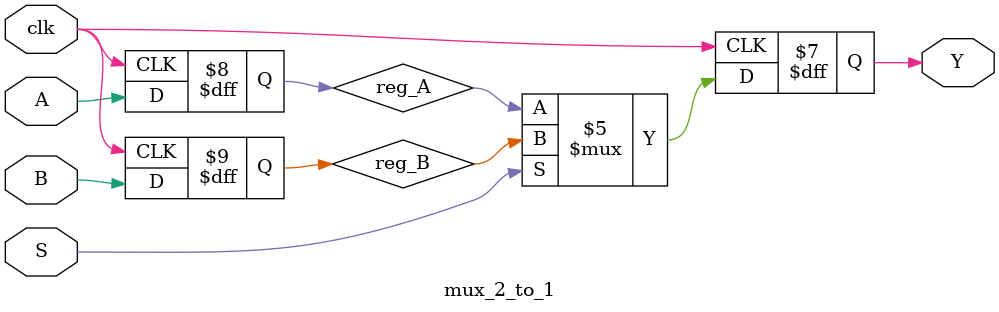
<source format=v>
module mux_2_to_1 (
    input A,
    input B,
    input S,
    input clk,
    output reg Y
);

reg reg_A;
reg reg_B;

always @(posedge clk) begin
    reg_A <= A;
    reg_B <= B;
end

always @(posedge clk) begin
    if (S == 0) begin
        Y <= reg_A;
    end
    else begin
        Y <= reg_B;
    end
end

endmodule
</source>
